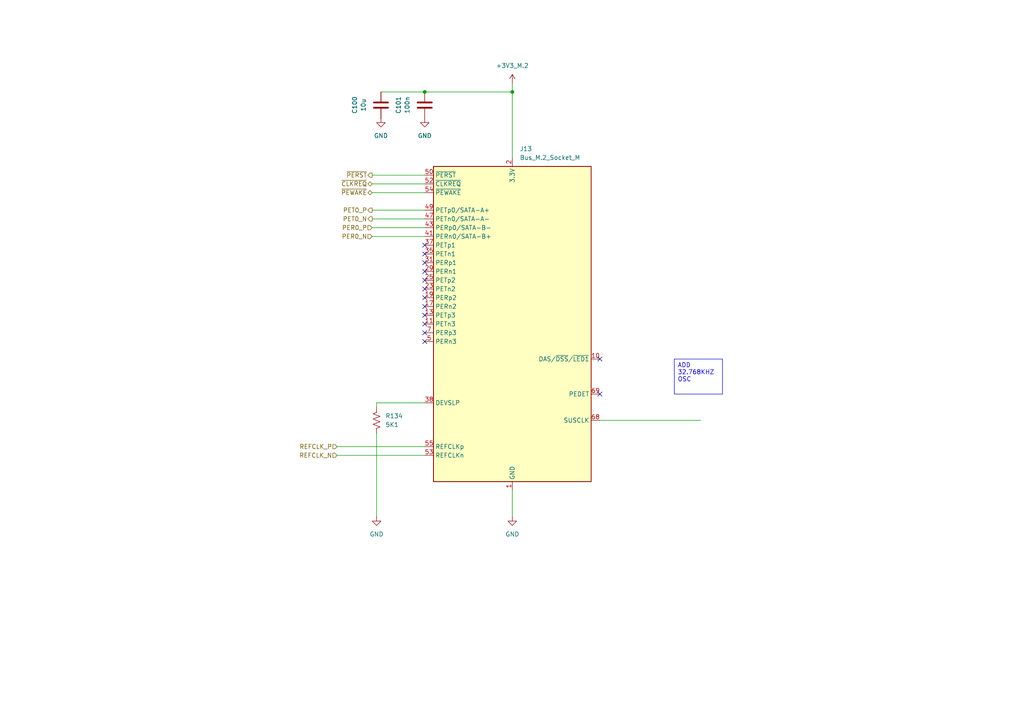
<source format=kicad_sch>
(kicad_sch (version 20250114) (generator "eeschema") (generator_version "9.0")
  (paper "A4")
  (lib_symbols
    (symbol "Connector:Bus_M.2_Socket_M"
      (property "Reference" "J" (at -22.86 46.99 0))
      (property "Value" "Bus_M.2_Socket_M" (at 16.51 46.99 0))
      (symbol "Bus_M.2_Socket_M_0_1"
        (rectangle (start -22.86 45.72) (end 22.86 -45.72) (stroke (width 0.254)) (fill (type background)))
      )
      (symbol "Bus_M.2_Socket_M_1_1"
        (pin output line (at -25.4 43.18 0) (length 2.54) (name "~{PERST}") (number "50"))
        (pin bidirectional line (at -25.4 40.64 0) (length 2.54) (name "~{CLKREQ}") (number "52"))
        (pin bidirectional line (at -25.4 38.1 0) (length 2.54) (name "~{PEWAKE}") (number "54"))
        (pin output line (at -25.4 33.02 0) (length 2.54) (name "PETp0/SATA-A+") (number "49"))
        (pin output line (at -25.4 30.48 0) (length 2.54) (name "PETn0/SATA-A-") (number "47"))
        (pin input line (at -25.4 27.94 0) (length 2.54) (name "PERp0/SATA-B-") (number "43"))
        (pin input line (at -25.4 25.4 0) (length 2.54) (name "PERn0/SATA-B+") (number "41"))
        (pin output line (at -25.4 22.86 0) (length 2.54) (name "PETp1") (number "37"))
        (pin output line (at -25.4 20.32 0) (length 2.54) (name "PETn1") (number "35"))
        (pin input line (at -25.4 17.78 0) (length 2.54) (name "PERp1") (number "31"))
        (pin input line (at -25.4 15.24 0) (length 2.54) (name "PERn1") (number "29"))
        (pin output line (at -25.4 12.7 0) (length 2.54) (name "PETp2") (number "25"))
        (pin output line (at -25.4 10.16 0) (length 2.54) (name "PETn2") (number "23"))
        (pin input line (at -25.4 7.62 0) (length 2.54) (name "PERp2") (number "19"))
        (pin input line (at -25.4 5.08 0) (length 2.54) (name "PERn2") (number "17"))
        (pin output line (at -25.4 2.54 0) (length 2.54) (name "PETp3") (number "13"))
        (pin output line (at -25.4 0 0) (length 2.54) (name "PETn3") (number "11"))
        (pin input line (at -25.4 -2.54 0) (length 2.54) (name "PERp3") (number "7"))
        (pin input line (at -25.4 -5.08 0) (length 2.54) (name "PERn3") (number "5"))
        (pin output line (at -25.4 -22.86 0) (length 2.54) (name "DEVSLP") (number "38"))
        (pin output line (at -25.4 -35.56 0) (length 2.54) (name "REFCLKp") (number "55"))
        (pin output line (at -25.4 -38.1 0) (length 2.54) (name "REFCLKn") (number "53"))
        (pin passive line (at 0 48.26 270) (length 2.54) (hide yes) (name "3.3V") (number "12"))
        (pin passive line (at 0 48.26 270) (length 2.54) (hide yes) (name "3.3V") (number "14"))
        (pin passive line (at 0 48.26 270) (length 2.54) (hide yes) (name "3.3V") (number "16"))
        (pin passive line (at 0 48.26 270) (length 2.54) (hide yes) (name "3.3V") (number "18"))
        (pin power_in line (at 0 48.26 270) (length 2.54) (name "3.3V") (number "2"))
        (pin passive line (at 0 48.26 270) (length 2.54) (hide yes) (name "3.3V") (number "4"))
        (pin passive line (at 0 48.26 270) (length 2.54) (hide yes) (name "3.3V") (number "70"))
        (pin passive line (at 0 48.26 270) (length 2.54) (hide yes) (name "3.3V") (number "72"))
        (pin passive line (at 0 48.26 270) (length 2.54) (hide yes) (name "3.3V") (number "74"))
        (pin power_in line (at 0 -48.26 90) (length 2.54) (name "GND") (number "1"))
        (pin passive line (at 0 -48.26 90) (length 2.54) (hide yes) (name "GND") (number "15"))
        (pin passive line (at 0 -48.26 90) (length 2.54) (hide yes) (name "GND") (number "21"))
        (pin passive line (at 0 -48.26 90) (length 2.54) (hide yes) (name "GND") (number "27"))
        (pin passive line (at 0 -48.26 90) (length 2.54) (hide yes) (name "GND") (number "3"))
        (pin passive line (at 0 -48.26 90) (length 2.54) (hide yes) (name "GND") (number "33"))
        (pin passive line (at 0 -48.26 90) (length 2.54) (hide yes) (name "GND") (number "39"))
        (pin passive line (at 0 -48.26 90) (length 2.54) (hide yes) (name "GND") (number "45"))
        (pin passive line (at 0 -48.26 90) (length 2.54) (hide yes) (name "GND") (number "51"))
        (pin passive line (at 0 -48.26 90) (length 2.54) (hide yes) (name "GND") (number "57"))
        (pin passive line (at 0 -48.26 90) (length 2.54) (hide yes) (name "GND") (number "71"))
        (pin passive line (at 0 -48.26 90) (length 2.54) (hide yes) (name "GND") (number "73"))
        (pin passive line (at 0 -48.26 90) (length 2.54) (hide yes) (name "GND") (number "75"))
        (pin passive line (at 0 -48.26 90) (length 2.54) (hide yes) (name "GND") (number "9"))
        (pin no_connect line (at 22.86 40.64 180) (length 2.54) (hide yes) (name "NC") (number "58"))
        (pin no_connect line (at 22.86 38.1 180) (length 2.54) (hide yes) (name "NC") (number "56"))
        (pin no_connect line (at 22.86 35.56 180) (length 2.54) (hide yes) (name "NC") (number "48"))
        (pin no_connect line (at 22.86 33.02 180) (length 2.54) (hide yes) (name "NC") (number "46"))
        (pin no_connect line (at 22.86 30.48 180) (length 2.54) (hide yes) (name "NC") (number "44"))
        (pin no_connect line (at 22.86 27.94 180) (length 2.54) (hide yes) (name "NC") (number "42"))
        (pin no_connect line (at 22.86 25.4 180) (length 2.54) (hide yes) (name "NC") (number "40"))
        (pin no_connect line (at 22.86 22.86 180) (length 2.54) (hide yes) (name "NC") (number "36"))
        (pin no_connect line (at 22.86 20.32 180) (length 2.54) (hide yes) (name "NC") (number "34"))
        (pin no_connect line (at 22.86 17.78 180) (length 2.54) (hide yes) (name "NC") (number "32"))
        (pin no_connect line (at 22.86 15.24 180) (length 2.54) (hide yes) (name "NC") (number "30"))
        (pin no_connect line (at 22.86 12.7 180) (length 2.54) (hide yes) (name "NC") (number "28"))
        (pin no_connect line (at 22.86 10.16 180) (length 2.54) (hide yes) (name "NC") (number "26"))
        (pin no_connect line (at 22.86 7.62 180) (length 2.54) (hide yes) (name "NC") (number "24"))
        (pin no_connect line (at 22.86 5.08 180) (length 2.54) (hide yes) (name "NC") (number "22"))
        (pin no_connect line (at 22.86 2.54 180) (length 2.54) (hide yes) (name "NC") (number "20"))
        (pin no_connect line (at 22.86 0 180) (length 2.54) (hide yes) (name "NC") (number "8"))
        (pin no_connect line (at 22.86 -2.54 180) (length 2.54) (hide yes) (name "NC") (number "6"))
        (pin no_connect line (at 22.86 -5.08 180) (length 2.54) (hide yes) (name "NC") (number "67"))
        (pin bidirectional line (at 25.4 -10.16 180) (length 2.54) (name "DAS/~{DSS}/~{LED1}") (number "10"))
        (pin passive line (at 25.4 -20.32 180) (length 2.54) (name "PEDET") (number "69"))
        (pin output line (at 25.4 -27.94 180) (length 2.54) (name "SUSCLK") (number "68"))
      )
    )
    (symbol "Device:C" (pin_numbers (hide yes)) (pin_names (offset 0.254))
      (property "Reference" "C" (at 0.635 2.54 0))
      (property "Value" "C" (at 0.635 -2.54 0))
      (symbol "C_0_1"
        (polyline (pts (xy -2.032 0.762) (xy 2.032 0.762)) (stroke (width 0.508)))
        (polyline (pts (xy -2.032 -0.762) (xy 2.032 -0.762)) (stroke (width 0.508)))
      )
      (symbol "C_1_1"
        (pin passive line (at 0 3.81 270) (length 2.794) (name "~") (number "1"))
        (pin passive line (at 0 -3.81 90) (length 2.794) (name "~") (number "2"))
      )
    )
    (symbol "Device:R_US" (pin_numbers (hide yes)) (pin_names (offset 0))
      (property "Reference" "R" (at 2.54 0 90))
      (property "Value" "R_US" (at -2.54 0 90))
      (symbol "R_US_0_1"
        (polyline (pts (xy 0 2.286) (xy 0 2.54)))
        (polyline (pts (xy 0 2.286) (xy 1.016 1.905) (xy 0 1.524) (xy -1.016 1.143) (xy 0 0.762)))
        (polyline (pts (xy 0 0.762) (xy 1.016 0.381) (xy 0 0) (xy -1.016 -0.381) (xy 0 -0.762)))
        (polyline (pts (xy 0 -0.762) (xy 1.016 -1.143) (xy 0 -1.524) (xy -1.016 -1.905) (xy 0 -2.286)))
        (polyline (pts (xy 0 -2.286) (xy 0 -2.54)))
      )
      (symbol "R_US_1_1"
        (pin passive line (at 0 3.81 270) (length 1.27) (name "~") (number "1"))
        (pin passive line (at 0 -3.81 90) (length 1.27) (name "~") (number "2"))
      )
    )
    (symbol "power:+3V3" (power) (pin_numbers (hide yes)) (pin_names (offset 0) (hide yes))
      (property "Value" "+3V3" (at 0 3.556 0))
      (symbol "+3V3_0_1"
        (polyline (pts (xy -0.762 1.27) (xy 0 2.54)))
        (polyline (pts (xy 0 2.54) (xy 0.762 1.27)))
        (polyline (pts (xy 0 0) (xy 0 2.54)))
      )
      (symbol "+3V3_1_1"
        (pin power_in line (at 0 0 90) (length 0) (name "~") (number "1"))
      )
    )
    (symbol "power:GND" (power) (pin_numbers (hide yes)) (pin_names (offset 0) (hide yes))
      (property "Value" "GND" (at 0 -3.81 0))
      (symbol "GND_0_1"
        (polyline (pts (xy 0 0) (xy 0 -1.27) (xy 1.27 -1.27) (xy 0 -2.54) (xy -1.27 -1.27) (xy 0 -1.27)))
      )
      (symbol "GND_1_1"
        (pin power_in line (at 0 0 270) (length 0) (name "~") (number "1"))
      )
    )
  )
  (text_box "ADD 32.768KHZ OSC\n" (at 195.58 104.14 0) (size 13.97 10.16) (margins 0.9525 0.9525 0.9525 0.9525) (effects (font (size 1.27 1.27)) (justify left top)))
  (junction (at 123.19 26.67))
  (junction (at 148.59 26.67))
  (no_connect (at 123.19 83.82))
  (no_connect (at 123.19 76.2))
  (no_connect (at 173.99 104.14))
  (no_connect (at 123.19 81.28))
  (no_connect (at 123.19 78.74))
  (no_connect (at 123.19 86.36))
  (no_connect (at 173.99 114.3))
  (no_connect (at 123.19 91.44))
  (no_connect (at 123.19 73.66))
  (no_connect (at 123.19 96.52))
  (no_connect (at 123.19 71.12))
  (no_connect (at 123.19 99.06))
  (no_connect (at 123.19 93.98))
  (no_connect (at 123.19 88.9))
  (wire (pts (xy 173.99 121.92) (xy 203.2 121.92)))
  (wire (pts (xy 107.95 53.34) (xy 123.19 53.34)))
  (wire (pts (xy 148.59 24.13) (xy 148.59 26.67)))
  (wire (pts (xy 148.59 26.67) (xy 148.59 45.72)))
  (wire (pts (xy 109.22 125.73) (xy 109.22 149.86)))
  (wire (pts (xy 110.49 26.67) (xy 123.19 26.67)))
  (wire (pts (xy 109.22 118.11) (xy 109.22 116.84)))
  (wire (pts (xy 148.59 149.86) (xy 148.59 142.24)))
  (wire (pts (xy 97.79 129.54) (xy 123.19 129.54)))
  (wire (pts (xy 107.95 68.58) (xy 123.19 68.58)))
  (wire (pts (xy 107.95 60.96) (xy 123.19 60.96)))
  (wire (pts (xy 107.95 63.5) (xy 123.19 63.5)))
  (wire (pts (xy 107.95 55.88) (xy 123.19 55.88)))
  (wire (pts (xy 97.79 132.08) (xy 123.19 132.08)))
  (wire (pts (xy 107.95 66.04) (xy 123.19 66.04)))
  (wire (pts (xy 107.95 50.8) (xy 123.19 50.8)))
  (wire (pts (xy 109.22 116.84) (xy 123.19 116.84)))
  (wire (pts (xy 123.19 26.67) (xy 148.59 26.67)))
  (hierarchical_label "PER0_P" (shape input) (at 107.95 66.04 180))
  (hierarchical_label "~{PEWAKE}" (shape bidirectional) (at 107.95 55.88 180))
  (hierarchical_label "~{PERST}" (shape output) (at 107.95 50.8 180))
  (hierarchical_label "PET0_N" (shape output) (at 107.95 63.5 180))
  (hierarchical_label "REFCLK_P" (shape input) (at 97.79 129.54 180))
  (hierarchical_label "PET0_P" (shape output) (at 107.95 60.96 180))
  (hierarchical_label "REFCLK_N" (shape input) (at 97.79 132.08 180))
  (hierarchical_label "PER0_N" (shape input) (at 107.95 68.58 180))
  (hierarchical_label "~{CLKREQ}" (shape bidirectional) (at 107.95 53.34 180))
  (symbol (lib_id "Connector:Bus_M.2_Socket_M") (at 148.59 93.98 0) (unit 1)
    (property "Reference" "J13" (at 150.7333 43.18 0) (effects (justify left)))
    (property "Value" "Bus_M.2_Socket_M" (at 150.7333 45.72 0) (effects (justify left)))
    (property "Datasheet" "https://web.archive.org/web/20200613074028/http://read.pudn.com/downloads794/doc/project/3133918/PCIe_M.2_Electromechanical_Spec_Rev1.0_Final_11012013_RS_Clean.pdf#page=155" (effects (hide yes)))
    (property "Description" "M.2 Socket 3 Mechanical Key M" (effects (hide yes)))
  )
  (symbol (lib_id "power:GND") (at 123.19 34.29 0) (mirror y) (unit 1)
    (property "Reference" "#PWR0260" (effects (hide yes)))
    (property "Value" "GND" (at 123.19 39.37 0))
    (property "Description" "Power symbol creates a global label with name \"GND\" , ground" (effects (hide yes)))
  )
  (symbol (lib_id "Device:C") (at 123.19 30.48 180) (unit 1)
    (property "Reference" "C101" (at 115.57 30.48 90))
    (property "Value" "100n" (at 118.11 30.48 90))
    (property "Footprint" "Capacitor_SMD:C_0402_1005Metric" (effects (hide yes)))
    (property "Description" "Unpolarized capacitor" (effects (hide yes)))
  )
  (symbol (lib_id "Device:C") (at 110.49 30.48 180) (unit 1)
    (property "Reference" "C100" (at 102.87 30.48 90))
    (property "Value" "10u" (at 105.41 30.48 90))
    (property "Footprint" "Capacitor_SMD:C_1206_3216Metric" (effects (hide yes)))
    (property "Description" "Unpolarized capacitor" (effects (hide yes)))
  )
  (symbol (lib_id "power:GND") (at 110.49 34.29 0) (mirror y) (unit 1)
    (property "Reference" "#PWR0259" (effects (hide yes)))
    (property "Value" "GND" (at 110.49 39.37 0))
    (property "Description" "Power symbol creates a global label with name \"GND\" , ground" (effects (hide yes)))
  )
  (symbol (lib_id "power:GND") (at 148.59 149.86 0) (unit 1)
    (property "Reference" "#PWR0255" (effects (hide yes)))
    (property "Value" "GND" (at 148.59 154.94 0))
    (property "Description" "Power symbol creates a global label with name \"GND\" , ground" (effects (hide yes)))
  )
  (symbol (lib_id "power:GND") (at 109.22 149.86 0) (unit 1)
    (property "Reference" "#PWR0256" (effects (hide yes)))
    (property "Value" "GND" (at 109.22 154.94 0))
    (property "Description" "Power symbol creates a global label with name \"GND\" , ground" (effects (hide yes)))
  )
  (symbol (lib_id "Device:R_US") (at 109.22 121.92 0) (mirror y) (unit 1)
    (property "Reference" "R134" (at 111.76 120.6499 0) (effects (justify right)))
    (property "Value" "5K1" (at 111.76 123.1899 0) (effects (justify right)))
    (property "Description" "Resistor, US symbol" (effects (hide yes)))
  )
  (symbol (lib_id "power:+3V3") (at 148.59 24.13 0) (unit 1)
    (property "Reference" "#PWR0254" (effects (hide yes)))
    (property "Value" "+3V3_M.2" (at 148.59 19.05 0))
    (property "Description" "Power symbol creates a global label with name \"+3V3\"" (effects (hide yes)))
  )
)
</source>
